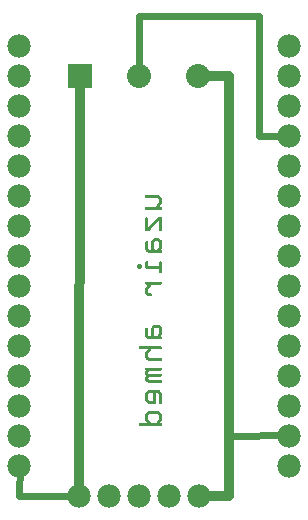
<source format=gbl>
G04 MADE WITH FRITZING*
G04 WWW.FRITZING.ORG*
G04 SINGLE SIDED*
G04 HOLES NOT PLATED*
G04 CONTOUR ON CENTER OF CONTOUR VECTOR*
%ASAXBY*%
%FSLAX23Y23*%
%MOIN*%
%OFA0B0*%
%SFA1.0B1.0*%
%ADD10C,0.080000*%
%ADD11C,0.078000*%
%ADD12R,0.080000X0.080000*%
%ADD13C,0.024000*%
%ADD14C,0.032000*%
%ADD15R,0.001000X0.001000*%
%LNCOPPER0*%
G90*
G70*
G54D10*
X286Y1606D03*
X483Y1606D03*
X680Y1606D03*
G54D11*
X283Y206D03*
X383Y206D03*
X483Y206D03*
X583Y206D03*
X683Y206D03*
X83Y1706D03*
X83Y1606D03*
X83Y1506D03*
X83Y1406D03*
X83Y1306D03*
X83Y1206D03*
X83Y1106D03*
X83Y1006D03*
X83Y906D03*
X83Y806D03*
X83Y706D03*
X83Y606D03*
X83Y506D03*
X83Y406D03*
X83Y306D03*
X983Y1706D03*
X983Y1606D03*
X983Y1506D03*
X983Y1406D03*
X983Y1306D03*
X983Y1206D03*
X983Y1106D03*
X983Y1006D03*
X983Y906D03*
X983Y806D03*
X983Y706D03*
X983Y606D03*
X983Y506D03*
X983Y406D03*
X983Y306D03*
G54D12*
X286Y1606D03*
G54D13*
X83Y206D02*
X253Y206D01*
D02*
X85Y308D02*
X83Y206D01*
G54D14*
D02*
X286Y1570D02*
X283Y242D01*
G54D13*
D02*
X883Y1407D02*
X983Y1406D01*
D02*
X883Y1806D02*
X883Y1407D01*
D02*
X482Y1806D02*
X883Y1806D01*
D02*
X483Y1638D02*
X482Y1806D01*
G54D14*
D02*
X783Y1606D02*
X716Y1606D01*
D02*
X783Y206D02*
X783Y1606D01*
D02*
X718Y206D02*
X783Y206D01*
G54D13*
D02*
X783Y406D02*
X983Y408D01*
D02*
X783Y206D02*
X783Y406D01*
D02*
X713Y206D02*
X783Y206D01*
G54D15*
X506Y1208D02*
X536Y1208D01*
X505Y1207D02*
X549Y1207D01*
X504Y1206D02*
X551Y1206D01*
X504Y1205D02*
X553Y1205D01*
X504Y1204D02*
X554Y1204D01*
X504Y1203D02*
X555Y1203D01*
X504Y1202D02*
X556Y1202D01*
X505Y1201D02*
X557Y1201D01*
X506Y1200D02*
X558Y1200D01*
X508Y1199D02*
X558Y1199D01*
X535Y1198D02*
X558Y1198D01*
X548Y1197D02*
X559Y1197D01*
X549Y1196D02*
X559Y1196D01*
X550Y1195D02*
X559Y1195D01*
X550Y1194D02*
X559Y1194D01*
X550Y1193D02*
X559Y1193D01*
X550Y1192D02*
X559Y1192D01*
X550Y1191D02*
X559Y1191D01*
X550Y1190D02*
X559Y1190D01*
X550Y1189D02*
X559Y1189D01*
X550Y1188D02*
X559Y1188D01*
X550Y1187D02*
X559Y1187D01*
X550Y1186D02*
X559Y1186D01*
X550Y1185D02*
X559Y1185D01*
X549Y1184D02*
X559Y1184D01*
X549Y1183D02*
X559Y1183D01*
X548Y1182D02*
X559Y1182D01*
X547Y1181D02*
X558Y1181D01*
X547Y1180D02*
X558Y1180D01*
X546Y1179D02*
X557Y1179D01*
X546Y1178D02*
X556Y1178D01*
X545Y1177D02*
X556Y1177D01*
X544Y1176D02*
X555Y1176D01*
X544Y1175D02*
X555Y1175D01*
X543Y1174D02*
X554Y1174D01*
X542Y1173D02*
X553Y1173D01*
X542Y1172D02*
X553Y1172D01*
X541Y1171D02*
X552Y1171D01*
X540Y1170D02*
X551Y1170D01*
X508Y1169D02*
X556Y1169D01*
X506Y1168D02*
X558Y1168D01*
X505Y1167D02*
X558Y1167D01*
X504Y1166D02*
X559Y1166D01*
X504Y1165D02*
X559Y1165D01*
X504Y1164D02*
X559Y1164D01*
X504Y1163D02*
X559Y1163D01*
X504Y1162D02*
X559Y1162D01*
X505Y1161D02*
X558Y1161D01*
X506Y1160D02*
X557Y1160D01*
X548Y1136D02*
X557Y1136D01*
X547Y1135D02*
X558Y1135D01*
X507Y1134D02*
X510Y1134D01*
X546Y1134D02*
X559Y1134D01*
X505Y1133D02*
X511Y1133D01*
X545Y1133D02*
X559Y1133D01*
X504Y1132D02*
X512Y1132D01*
X544Y1132D02*
X559Y1132D01*
X504Y1131D02*
X512Y1131D01*
X543Y1131D02*
X559Y1131D01*
X504Y1130D02*
X513Y1130D01*
X542Y1130D02*
X559Y1130D01*
X504Y1129D02*
X513Y1129D01*
X541Y1129D02*
X559Y1129D01*
X504Y1128D02*
X513Y1128D01*
X540Y1128D02*
X559Y1128D01*
X504Y1127D02*
X513Y1127D01*
X539Y1127D02*
X559Y1127D01*
X504Y1126D02*
X513Y1126D01*
X539Y1126D02*
X559Y1126D01*
X504Y1125D02*
X513Y1125D01*
X538Y1125D02*
X559Y1125D01*
X504Y1124D02*
X513Y1124D01*
X537Y1124D02*
X559Y1124D01*
X504Y1123D02*
X513Y1123D01*
X536Y1123D02*
X559Y1123D01*
X504Y1122D02*
X513Y1122D01*
X535Y1122D02*
X548Y1122D01*
X550Y1122D02*
X559Y1122D01*
X504Y1121D02*
X513Y1121D01*
X534Y1121D02*
X547Y1121D01*
X550Y1121D02*
X559Y1121D01*
X504Y1120D02*
X513Y1120D01*
X533Y1120D02*
X546Y1120D01*
X550Y1120D02*
X559Y1120D01*
X504Y1119D02*
X513Y1119D01*
X532Y1119D02*
X545Y1119D01*
X550Y1119D02*
X559Y1119D01*
X504Y1118D02*
X513Y1118D01*
X531Y1118D02*
X544Y1118D01*
X550Y1118D02*
X559Y1118D01*
X504Y1117D02*
X513Y1117D01*
X530Y1117D02*
X543Y1117D01*
X550Y1117D02*
X559Y1117D01*
X504Y1116D02*
X513Y1116D01*
X529Y1116D02*
X542Y1116D01*
X550Y1116D02*
X559Y1116D01*
X504Y1115D02*
X513Y1115D01*
X528Y1115D02*
X541Y1115D01*
X550Y1115D02*
X559Y1115D01*
X504Y1114D02*
X513Y1114D01*
X527Y1114D02*
X540Y1114D01*
X550Y1114D02*
X559Y1114D01*
X504Y1113D02*
X513Y1113D01*
X526Y1113D02*
X539Y1113D01*
X550Y1113D02*
X559Y1113D01*
X504Y1112D02*
X513Y1112D01*
X525Y1112D02*
X538Y1112D01*
X550Y1112D02*
X559Y1112D01*
X504Y1111D02*
X513Y1111D01*
X524Y1111D02*
X537Y1111D01*
X550Y1111D02*
X559Y1111D01*
X504Y1110D02*
X513Y1110D01*
X523Y1110D02*
X536Y1110D01*
X550Y1110D02*
X559Y1110D01*
X504Y1109D02*
X513Y1109D01*
X522Y1109D02*
X535Y1109D01*
X550Y1109D02*
X559Y1109D01*
X504Y1108D02*
X513Y1108D01*
X521Y1108D02*
X534Y1108D01*
X550Y1108D02*
X559Y1108D01*
X504Y1107D02*
X513Y1107D01*
X520Y1107D02*
X533Y1107D01*
X550Y1107D02*
X559Y1107D01*
X504Y1106D02*
X513Y1106D01*
X519Y1106D02*
X532Y1106D01*
X550Y1106D02*
X559Y1106D01*
X504Y1105D02*
X513Y1105D01*
X518Y1105D02*
X531Y1105D01*
X550Y1105D02*
X559Y1105D01*
X504Y1104D02*
X513Y1104D01*
X517Y1104D02*
X530Y1104D01*
X550Y1104D02*
X559Y1104D01*
X504Y1103D02*
X513Y1103D01*
X516Y1103D02*
X529Y1103D01*
X550Y1103D02*
X559Y1103D01*
X504Y1102D02*
X513Y1102D01*
X515Y1102D02*
X528Y1102D01*
X550Y1102D02*
X559Y1102D01*
X504Y1101D02*
X513Y1101D01*
X515Y1101D02*
X527Y1101D01*
X550Y1101D02*
X559Y1101D01*
X504Y1100D02*
X526Y1100D01*
X550Y1100D02*
X559Y1100D01*
X504Y1099D02*
X526Y1099D01*
X550Y1099D02*
X559Y1099D01*
X504Y1098D02*
X525Y1098D01*
X550Y1098D02*
X559Y1098D01*
X504Y1097D02*
X524Y1097D01*
X550Y1097D02*
X559Y1097D01*
X504Y1096D02*
X523Y1096D01*
X550Y1096D02*
X559Y1096D01*
X504Y1095D02*
X522Y1095D01*
X550Y1095D02*
X559Y1095D01*
X504Y1094D02*
X521Y1094D01*
X550Y1094D02*
X559Y1094D01*
X504Y1093D02*
X520Y1093D01*
X550Y1093D02*
X559Y1093D01*
X504Y1092D02*
X519Y1092D01*
X550Y1092D02*
X559Y1092D01*
X504Y1091D02*
X518Y1091D01*
X551Y1091D02*
X559Y1091D01*
X504Y1090D02*
X517Y1090D01*
X551Y1090D02*
X559Y1090D01*
X505Y1089D02*
X516Y1089D01*
X552Y1089D02*
X558Y1089D01*
X506Y1088D02*
X515Y1088D01*
X553Y1088D02*
X557Y1088D01*
X535Y1064D02*
X550Y1064D01*
X533Y1063D02*
X552Y1063D01*
X531Y1062D02*
X553Y1062D01*
X530Y1061D02*
X554Y1061D01*
X529Y1060D02*
X555Y1060D01*
X528Y1059D02*
X556Y1059D01*
X527Y1058D02*
X557Y1058D01*
X527Y1057D02*
X558Y1057D01*
X526Y1056D02*
X558Y1056D01*
X526Y1055D02*
X559Y1055D01*
X506Y1054D02*
X511Y1054D01*
X525Y1054D02*
X536Y1054D01*
X548Y1054D02*
X559Y1054D01*
X505Y1053D02*
X512Y1053D01*
X525Y1053D02*
X535Y1053D01*
X549Y1053D02*
X559Y1053D01*
X504Y1052D02*
X512Y1052D01*
X525Y1052D02*
X534Y1052D01*
X550Y1052D02*
X559Y1052D01*
X504Y1051D02*
X513Y1051D01*
X525Y1051D02*
X534Y1051D01*
X550Y1051D02*
X559Y1051D01*
X504Y1050D02*
X513Y1050D01*
X525Y1050D02*
X534Y1050D01*
X550Y1050D02*
X559Y1050D01*
X504Y1049D02*
X513Y1049D01*
X525Y1049D02*
X534Y1049D01*
X550Y1049D02*
X559Y1049D01*
X504Y1048D02*
X513Y1048D01*
X525Y1048D02*
X534Y1048D01*
X550Y1048D02*
X559Y1048D01*
X504Y1047D02*
X513Y1047D01*
X525Y1047D02*
X534Y1047D01*
X550Y1047D02*
X559Y1047D01*
X504Y1046D02*
X513Y1046D01*
X525Y1046D02*
X534Y1046D01*
X550Y1046D02*
X559Y1046D01*
X504Y1045D02*
X513Y1045D01*
X525Y1045D02*
X534Y1045D01*
X550Y1045D02*
X559Y1045D01*
X504Y1044D02*
X513Y1044D01*
X525Y1044D02*
X534Y1044D01*
X550Y1044D02*
X559Y1044D01*
X504Y1043D02*
X513Y1043D01*
X525Y1043D02*
X534Y1043D01*
X550Y1043D02*
X559Y1043D01*
X504Y1042D02*
X513Y1042D01*
X525Y1042D02*
X534Y1042D01*
X550Y1042D02*
X559Y1042D01*
X504Y1041D02*
X513Y1041D01*
X525Y1041D02*
X534Y1041D01*
X550Y1041D02*
X559Y1041D01*
X504Y1040D02*
X513Y1040D01*
X525Y1040D02*
X534Y1040D01*
X550Y1040D02*
X559Y1040D01*
X504Y1039D02*
X513Y1039D01*
X525Y1039D02*
X534Y1039D01*
X550Y1039D02*
X559Y1039D01*
X504Y1038D02*
X513Y1038D01*
X525Y1038D02*
X534Y1038D01*
X550Y1038D02*
X559Y1038D01*
X504Y1037D02*
X513Y1037D01*
X525Y1037D02*
X534Y1037D01*
X550Y1037D02*
X559Y1037D01*
X504Y1036D02*
X513Y1036D01*
X525Y1036D02*
X534Y1036D01*
X550Y1036D02*
X559Y1036D01*
X504Y1035D02*
X513Y1035D01*
X525Y1035D02*
X534Y1035D01*
X549Y1035D02*
X559Y1035D01*
X504Y1034D02*
X513Y1034D01*
X525Y1034D02*
X534Y1034D01*
X549Y1034D02*
X559Y1034D01*
X504Y1033D02*
X513Y1033D01*
X525Y1033D02*
X534Y1033D01*
X548Y1033D02*
X559Y1033D01*
X504Y1032D02*
X513Y1032D01*
X525Y1032D02*
X534Y1032D01*
X548Y1032D02*
X558Y1032D01*
X504Y1031D02*
X513Y1031D01*
X525Y1031D02*
X534Y1031D01*
X547Y1031D02*
X558Y1031D01*
X504Y1030D02*
X513Y1030D01*
X525Y1030D02*
X534Y1030D01*
X547Y1030D02*
X557Y1030D01*
X504Y1029D02*
X513Y1029D01*
X525Y1029D02*
X534Y1029D01*
X546Y1029D02*
X557Y1029D01*
X504Y1028D02*
X514Y1028D01*
X525Y1028D02*
X535Y1028D01*
X545Y1028D02*
X556Y1028D01*
X504Y1027D02*
X516Y1027D01*
X525Y1027D02*
X536Y1027D01*
X545Y1027D02*
X555Y1027D01*
X505Y1026D02*
X538Y1026D01*
X544Y1026D02*
X555Y1026D01*
X505Y1025D02*
X556Y1025D01*
X506Y1024D02*
X558Y1024D01*
X506Y1023D02*
X559Y1023D01*
X507Y1022D02*
X559Y1022D01*
X508Y1021D02*
X559Y1021D01*
X509Y1020D02*
X559Y1020D01*
X510Y1019D02*
X559Y1019D01*
X512Y1018D02*
X559Y1018D01*
X515Y1017D02*
X558Y1017D01*
X530Y1016D02*
X557Y1016D01*
X506Y987D02*
X511Y987D01*
X553Y987D02*
X557Y987D01*
X505Y986D02*
X512Y986D01*
X551Y986D02*
X558Y986D01*
X504Y985D02*
X512Y985D01*
X551Y985D02*
X559Y985D01*
X504Y984D02*
X513Y984D01*
X551Y984D02*
X559Y984D01*
X504Y983D02*
X513Y983D01*
X550Y983D02*
X559Y983D01*
X504Y982D02*
X513Y982D01*
X550Y982D02*
X559Y982D01*
X504Y981D02*
X513Y981D01*
X550Y981D02*
X559Y981D01*
X504Y980D02*
X513Y980D01*
X550Y980D02*
X559Y980D01*
X504Y979D02*
X513Y979D01*
X550Y979D02*
X559Y979D01*
X483Y978D02*
X487Y978D01*
X504Y978D02*
X513Y978D01*
X550Y978D02*
X559Y978D01*
X480Y977D02*
X490Y977D01*
X504Y977D02*
X513Y977D01*
X550Y977D02*
X559Y977D01*
X479Y976D02*
X490Y976D01*
X504Y976D02*
X513Y976D01*
X550Y976D02*
X559Y976D01*
X479Y975D02*
X491Y975D01*
X504Y975D02*
X513Y975D01*
X550Y975D02*
X559Y975D01*
X478Y974D02*
X491Y974D01*
X504Y974D02*
X513Y974D01*
X550Y974D02*
X559Y974D01*
X478Y973D02*
X492Y973D01*
X504Y973D02*
X559Y973D01*
X478Y972D02*
X492Y972D01*
X504Y972D02*
X559Y972D01*
X478Y971D02*
X492Y971D01*
X504Y971D02*
X559Y971D01*
X478Y970D02*
X492Y970D01*
X504Y970D02*
X559Y970D01*
X478Y969D02*
X492Y969D01*
X504Y969D02*
X559Y969D01*
X478Y968D02*
X492Y968D01*
X504Y968D02*
X559Y968D01*
X478Y967D02*
X491Y967D01*
X504Y967D02*
X559Y967D01*
X479Y966D02*
X491Y966D01*
X504Y966D02*
X559Y966D01*
X479Y965D02*
X490Y965D01*
X505Y965D02*
X559Y965D01*
X480Y964D02*
X489Y964D01*
X506Y964D02*
X559Y964D01*
X550Y963D02*
X559Y963D01*
X550Y962D02*
X559Y962D01*
X550Y961D02*
X559Y961D01*
X550Y960D02*
X559Y960D01*
X550Y959D02*
X559Y959D01*
X550Y958D02*
X559Y958D01*
X550Y957D02*
X559Y957D01*
X550Y956D02*
X559Y956D01*
X550Y955D02*
X559Y955D01*
X550Y954D02*
X559Y954D01*
X550Y953D02*
X559Y953D01*
X551Y952D02*
X559Y952D01*
X551Y951D02*
X559Y951D01*
X552Y950D02*
X558Y950D01*
X553Y949D02*
X557Y949D01*
X506Y920D02*
X557Y920D01*
X505Y919D02*
X558Y919D01*
X504Y918D02*
X559Y918D01*
X504Y917D02*
X559Y917D01*
X504Y916D02*
X559Y916D01*
X504Y915D02*
X559Y915D01*
X504Y914D02*
X559Y914D01*
X505Y913D02*
X558Y913D01*
X506Y912D02*
X557Y912D01*
X508Y911D02*
X555Y911D01*
X514Y910D02*
X526Y910D01*
X513Y909D02*
X525Y909D01*
X512Y908D02*
X525Y908D01*
X511Y907D02*
X524Y907D01*
X511Y906D02*
X523Y906D01*
X510Y905D02*
X522Y905D01*
X509Y904D02*
X521Y904D01*
X508Y903D02*
X520Y903D01*
X507Y902D02*
X519Y902D01*
X506Y901D02*
X519Y901D01*
X505Y900D02*
X518Y900D01*
X505Y899D02*
X517Y899D01*
X504Y898D02*
X516Y898D01*
X504Y897D02*
X515Y897D01*
X504Y896D02*
X514Y896D01*
X504Y895D02*
X513Y895D01*
X504Y894D02*
X513Y894D01*
X504Y893D02*
X513Y893D01*
X504Y892D02*
X513Y892D01*
X504Y891D02*
X513Y891D01*
X504Y890D02*
X513Y890D01*
X504Y889D02*
X513Y889D01*
X504Y888D02*
X513Y888D01*
X504Y887D02*
X513Y887D01*
X504Y886D02*
X513Y886D01*
X504Y885D02*
X513Y885D01*
X504Y884D02*
X513Y884D01*
X504Y883D02*
X514Y883D01*
X504Y882D02*
X515Y882D01*
X505Y881D02*
X522Y881D01*
X505Y880D02*
X524Y880D01*
X506Y879D02*
X525Y879D01*
X506Y878D02*
X525Y878D01*
X507Y877D02*
X525Y877D01*
X508Y876D02*
X525Y876D01*
X509Y875D02*
X525Y875D01*
X510Y874D02*
X525Y874D01*
X512Y873D02*
X524Y873D01*
X514Y872D02*
X523Y872D01*
X535Y776D02*
X550Y776D01*
X533Y775D02*
X552Y775D01*
X531Y774D02*
X553Y774D01*
X530Y773D02*
X554Y773D01*
X529Y772D02*
X555Y772D01*
X528Y771D02*
X556Y771D01*
X527Y770D02*
X557Y770D01*
X527Y769D02*
X558Y769D01*
X526Y768D02*
X558Y768D01*
X526Y767D02*
X559Y767D01*
X506Y766D02*
X511Y766D01*
X525Y766D02*
X536Y766D01*
X548Y766D02*
X559Y766D01*
X505Y765D02*
X512Y765D01*
X525Y765D02*
X535Y765D01*
X549Y765D02*
X559Y765D01*
X504Y764D02*
X512Y764D01*
X525Y764D02*
X534Y764D01*
X550Y764D02*
X559Y764D01*
X504Y763D02*
X513Y763D01*
X525Y763D02*
X534Y763D01*
X550Y763D02*
X559Y763D01*
X504Y762D02*
X513Y762D01*
X525Y762D02*
X534Y762D01*
X550Y762D02*
X559Y762D01*
X504Y761D02*
X513Y761D01*
X525Y761D02*
X534Y761D01*
X550Y761D02*
X559Y761D01*
X504Y760D02*
X513Y760D01*
X525Y760D02*
X534Y760D01*
X550Y760D02*
X559Y760D01*
X504Y759D02*
X513Y759D01*
X525Y759D02*
X534Y759D01*
X550Y759D02*
X559Y759D01*
X504Y758D02*
X513Y758D01*
X525Y758D02*
X534Y758D01*
X550Y758D02*
X559Y758D01*
X504Y757D02*
X513Y757D01*
X525Y757D02*
X534Y757D01*
X550Y757D02*
X559Y757D01*
X504Y756D02*
X513Y756D01*
X525Y756D02*
X534Y756D01*
X550Y756D02*
X559Y756D01*
X504Y755D02*
X513Y755D01*
X525Y755D02*
X534Y755D01*
X550Y755D02*
X559Y755D01*
X504Y754D02*
X513Y754D01*
X525Y754D02*
X534Y754D01*
X550Y754D02*
X559Y754D01*
X504Y753D02*
X513Y753D01*
X525Y753D02*
X534Y753D01*
X550Y753D02*
X559Y753D01*
X504Y752D02*
X513Y752D01*
X525Y752D02*
X534Y752D01*
X550Y752D02*
X559Y752D01*
X504Y751D02*
X513Y751D01*
X525Y751D02*
X534Y751D01*
X550Y751D02*
X559Y751D01*
X504Y750D02*
X513Y750D01*
X525Y750D02*
X534Y750D01*
X550Y750D02*
X559Y750D01*
X504Y749D02*
X513Y749D01*
X525Y749D02*
X534Y749D01*
X550Y749D02*
X559Y749D01*
X504Y748D02*
X513Y748D01*
X525Y748D02*
X534Y748D01*
X550Y748D02*
X559Y748D01*
X504Y747D02*
X513Y747D01*
X525Y747D02*
X534Y747D01*
X549Y747D02*
X559Y747D01*
X504Y746D02*
X513Y746D01*
X525Y746D02*
X534Y746D01*
X549Y746D02*
X559Y746D01*
X504Y745D02*
X513Y745D01*
X525Y745D02*
X534Y745D01*
X548Y745D02*
X559Y745D01*
X504Y744D02*
X513Y744D01*
X525Y744D02*
X534Y744D01*
X548Y744D02*
X558Y744D01*
X504Y743D02*
X513Y743D01*
X525Y743D02*
X534Y743D01*
X547Y743D02*
X558Y743D01*
X504Y742D02*
X513Y742D01*
X525Y742D02*
X534Y742D01*
X547Y742D02*
X557Y742D01*
X504Y741D02*
X513Y741D01*
X525Y741D02*
X534Y741D01*
X546Y741D02*
X557Y741D01*
X504Y740D02*
X514Y740D01*
X525Y740D02*
X535Y740D01*
X545Y740D02*
X556Y740D01*
X504Y739D02*
X516Y739D01*
X525Y739D02*
X536Y739D01*
X545Y739D02*
X555Y739D01*
X505Y738D02*
X538Y738D01*
X544Y738D02*
X555Y738D01*
X505Y737D02*
X556Y737D01*
X506Y736D02*
X558Y736D01*
X506Y735D02*
X559Y735D01*
X507Y734D02*
X559Y734D01*
X508Y733D02*
X559Y733D01*
X509Y732D02*
X559Y732D01*
X510Y731D02*
X559Y731D01*
X512Y730D02*
X559Y730D01*
X515Y729D02*
X558Y729D01*
X531Y728D02*
X557Y728D01*
X485Y704D02*
X557Y704D01*
X484Y703D02*
X558Y703D01*
X483Y702D02*
X559Y702D01*
X483Y701D02*
X559Y701D01*
X483Y700D02*
X559Y700D01*
X483Y699D02*
X559Y699D01*
X483Y698D02*
X559Y698D01*
X484Y697D02*
X558Y697D01*
X484Y696D02*
X557Y696D01*
X487Y695D02*
X555Y695D01*
X512Y694D02*
X523Y694D01*
X511Y693D02*
X522Y693D01*
X510Y692D02*
X521Y692D01*
X510Y691D02*
X521Y691D01*
X509Y690D02*
X520Y690D01*
X508Y689D02*
X519Y689D01*
X508Y688D02*
X519Y688D01*
X507Y687D02*
X518Y687D01*
X507Y686D02*
X518Y686D01*
X506Y685D02*
X517Y685D01*
X505Y684D02*
X516Y684D01*
X505Y683D02*
X516Y683D01*
X505Y682D02*
X515Y682D01*
X504Y681D02*
X514Y681D01*
X504Y680D02*
X514Y680D01*
X504Y679D02*
X513Y679D01*
X504Y678D02*
X513Y678D01*
X504Y677D02*
X513Y677D01*
X504Y676D02*
X513Y676D01*
X504Y675D02*
X513Y675D01*
X504Y674D02*
X513Y674D01*
X504Y673D02*
X513Y673D01*
X504Y672D02*
X513Y672D01*
X504Y671D02*
X513Y671D01*
X504Y670D02*
X513Y670D01*
X504Y669D02*
X514Y669D01*
X504Y668D02*
X514Y668D01*
X504Y667D02*
X516Y667D01*
X505Y666D02*
X533Y666D01*
X505Y665D02*
X556Y665D01*
X506Y664D02*
X558Y664D01*
X506Y663D02*
X558Y663D01*
X507Y662D02*
X559Y662D01*
X508Y661D02*
X559Y661D01*
X509Y660D02*
X559Y660D01*
X510Y659D02*
X559Y659D01*
X512Y658D02*
X559Y658D01*
X515Y657D02*
X558Y657D01*
X532Y656D02*
X557Y656D01*
X506Y633D02*
X557Y633D01*
X505Y632D02*
X558Y632D01*
X504Y631D02*
X559Y631D01*
X504Y630D02*
X559Y630D01*
X504Y629D02*
X559Y629D01*
X504Y628D02*
X559Y628D01*
X504Y627D02*
X559Y627D01*
X505Y626D02*
X559Y626D01*
X505Y625D02*
X558Y625D01*
X507Y624D02*
X556Y624D01*
X506Y623D02*
X519Y623D01*
X506Y622D02*
X518Y622D01*
X505Y621D02*
X517Y621D01*
X505Y620D02*
X516Y620D01*
X504Y619D02*
X515Y619D01*
X504Y618D02*
X514Y618D01*
X504Y617D02*
X514Y617D01*
X504Y616D02*
X513Y616D01*
X504Y615D02*
X513Y615D01*
X504Y614D02*
X513Y614D01*
X504Y613D02*
X555Y613D01*
X504Y612D02*
X557Y612D01*
X504Y611D02*
X558Y611D01*
X505Y610D02*
X559Y610D01*
X505Y609D02*
X559Y609D01*
X506Y608D02*
X559Y608D01*
X507Y607D02*
X559Y607D01*
X508Y606D02*
X559Y606D01*
X508Y605D02*
X558Y605D01*
X507Y604D02*
X557Y604D01*
X506Y603D02*
X519Y603D01*
X506Y602D02*
X518Y602D01*
X505Y601D02*
X517Y601D01*
X505Y600D02*
X516Y600D01*
X504Y599D02*
X515Y599D01*
X504Y598D02*
X514Y598D01*
X504Y597D02*
X513Y597D01*
X504Y596D02*
X513Y596D01*
X504Y595D02*
X513Y595D01*
X504Y594D02*
X515Y594D01*
X504Y593D02*
X542Y593D01*
X505Y592D02*
X556Y592D01*
X505Y591D02*
X558Y591D01*
X506Y590D02*
X559Y590D01*
X506Y589D02*
X559Y589D01*
X507Y588D02*
X559Y588D01*
X508Y587D02*
X559Y587D01*
X509Y586D02*
X559Y586D01*
X511Y585D02*
X559Y585D01*
X515Y584D02*
X558Y584D01*
X540Y583D02*
X557Y583D01*
X517Y560D02*
X547Y560D01*
X515Y559D02*
X549Y559D01*
X513Y558D02*
X550Y558D01*
X512Y557D02*
X551Y557D01*
X511Y556D02*
X552Y556D01*
X510Y555D02*
X553Y555D01*
X509Y554D02*
X554Y554D01*
X508Y553D02*
X555Y553D01*
X507Y552D02*
X556Y552D01*
X506Y551D02*
X557Y551D01*
X506Y550D02*
X518Y550D01*
X529Y550D02*
X538Y550D01*
X545Y550D02*
X557Y550D01*
X505Y549D02*
X517Y549D01*
X529Y549D02*
X538Y549D01*
X546Y549D02*
X558Y549D01*
X505Y548D02*
X516Y548D01*
X529Y548D02*
X538Y548D01*
X547Y548D02*
X558Y548D01*
X504Y547D02*
X515Y547D01*
X529Y547D02*
X538Y547D01*
X548Y547D02*
X559Y547D01*
X504Y546D02*
X514Y546D01*
X529Y546D02*
X538Y546D01*
X549Y546D02*
X559Y546D01*
X504Y545D02*
X514Y545D01*
X529Y545D02*
X538Y545D01*
X549Y545D02*
X559Y545D01*
X504Y544D02*
X513Y544D01*
X529Y544D02*
X538Y544D01*
X550Y544D02*
X559Y544D01*
X504Y543D02*
X513Y543D01*
X529Y543D02*
X538Y543D01*
X550Y543D02*
X559Y543D01*
X504Y542D02*
X513Y542D01*
X529Y542D02*
X538Y542D01*
X550Y542D02*
X559Y542D01*
X504Y541D02*
X513Y541D01*
X529Y541D02*
X538Y541D01*
X550Y541D02*
X559Y541D01*
X504Y540D02*
X513Y540D01*
X529Y540D02*
X538Y540D01*
X550Y540D02*
X559Y540D01*
X504Y539D02*
X513Y539D01*
X529Y539D02*
X538Y539D01*
X550Y539D02*
X559Y539D01*
X504Y538D02*
X513Y538D01*
X529Y538D02*
X538Y538D01*
X550Y538D02*
X559Y538D01*
X504Y537D02*
X513Y537D01*
X529Y537D02*
X538Y537D01*
X550Y537D02*
X559Y537D01*
X504Y536D02*
X513Y536D01*
X529Y536D02*
X538Y536D01*
X550Y536D02*
X559Y536D01*
X504Y535D02*
X513Y535D01*
X529Y535D02*
X538Y535D01*
X550Y535D02*
X559Y535D01*
X504Y534D02*
X513Y534D01*
X529Y534D02*
X538Y534D01*
X550Y534D02*
X559Y534D01*
X504Y533D02*
X513Y533D01*
X529Y533D02*
X538Y533D01*
X550Y533D02*
X559Y533D01*
X504Y532D02*
X513Y532D01*
X529Y532D02*
X538Y532D01*
X550Y532D02*
X559Y532D01*
X504Y531D02*
X513Y531D01*
X529Y531D02*
X538Y531D01*
X550Y531D02*
X559Y531D01*
X504Y530D02*
X513Y530D01*
X529Y530D02*
X538Y530D01*
X550Y530D02*
X559Y530D01*
X504Y529D02*
X513Y529D01*
X529Y529D02*
X538Y529D01*
X550Y529D02*
X559Y529D01*
X504Y528D02*
X513Y528D01*
X529Y528D02*
X538Y528D01*
X550Y528D02*
X559Y528D01*
X504Y527D02*
X514Y527D01*
X529Y527D02*
X538Y527D01*
X550Y527D02*
X559Y527D01*
X504Y526D02*
X514Y526D01*
X529Y526D02*
X538Y526D01*
X550Y526D02*
X559Y526D01*
X504Y525D02*
X515Y525D01*
X529Y525D02*
X538Y525D01*
X550Y525D02*
X559Y525D01*
X505Y524D02*
X516Y524D01*
X529Y524D02*
X538Y524D01*
X550Y524D02*
X559Y524D01*
X505Y523D02*
X517Y523D01*
X529Y523D02*
X538Y523D01*
X550Y523D02*
X559Y523D01*
X506Y522D02*
X518Y522D01*
X529Y522D02*
X538Y522D01*
X550Y522D02*
X559Y522D01*
X507Y521D02*
X538Y521D01*
X550Y521D02*
X559Y521D01*
X507Y520D02*
X538Y520D01*
X550Y520D02*
X559Y520D01*
X508Y519D02*
X538Y519D01*
X550Y519D02*
X559Y519D01*
X509Y518D02*
X538Y518D01*
X550Y518D02*
X559Y518D01*
X510Y517D02*
X538Y517D01*
X550Y517D02*
X559Y517D01*
X511Y516D02*
X538Y516D01*
X550Y516D02*
X559Y516D01*
X512Y515D02*
X538Y515D01*
X551Y515D02*
X559Y515D01*
X513Y514D02*
X538Y514D01*
X551Y514D02*
X559Y514D01*
X515Y513D02*
X537Y513D01*
X552Y513D02*
X558Y513D01*
X517Y512D02*
X536Y512D01*
X553Y512D02*
X557Y512D01*
X516Y488D02*
X547Y488D01*
X514Y487D02*
X549Y487D01*
X513Y486D02*
X550Y486D01*
X512Y485D02*
X551Y485D01*
X511Y484D02*
X552Y484D01*
X510Y483D02*
X553Y483D01*
X509Y482D02*
X554Y482D01*
X508Y481D02*
X555Y481D01*
X507Y480D02*
X556Y480D01*
X506Y479D02*
X557Y479D01*
X506Y478D02*
X518Y478D01*
X545Y478D02*
X557Y478D01*
X505Y477D02*
X517Y477D01*
X546Y477D02*
X558Y477D01*
X505Y476D02*
X516Y476D01*
X547Y476D02*
X558Y476D01*
X504Y475D02*
X515Y475D01*
X548Y475D02*
X559Y475D01*
X504Y474D02*
X514Y474D01*
X549Y474D02*
X559Y474D01*
X504Y473D02*
X514Y473D01*
X549Y473D02*
X559Y473D01*
X504Y472D02*
X513Y472D01*
X550Y472D02*
X559Y472D01*
X504Y471D02*
X513Y471D01*
X550Y471D02*
X559Y471D01*
X504Y470D02*
X513Y470D01*
X550Y470D02*
X559Y470D01*
X504Y469D02*
X513Y469D01*
X550Y469D02*
X559Y469D01*
X504Y468D02*
X513Y468D01*
X550Y468D02*
X559Y468D01*
X504Y467D02*
X513Y467D01*
X550Y467D02*
X559Y467D01*
X504Y466D02*
X513Y466D01*
X550Y466D02*
X559Y466D01*
X504Y465D02*
X513Y465D01*
X550Y465D02*
X559Y465D01*
X504Y464D02*
X513Y464D01*
X550Y464D02*
X559Y464D01*
X504Y463D02*
X513Y463D01*
X550Y463D02*
X559Y463D01*
X504Y462D02*
X513Y462D01*
X550Y462D02*
X559Y462D01*
X504Y461D02*
X513Y461D01*
X550Y461D02*
X559Y461D01*
X504Y460D02*
X514Y460D01*
X549Y460D02*
X559Y460D01*
X504Y459D02*
X515Y459D01*
X549Y459D02*
X559Y459D01*
X505Y458D02*
X515Y458D01*
X548Y458D02*
X559Y458D01*
X505Y457D02*
X516Y457D01*
X547Y457D02*
X558Y457D01*
X505Y456D02*
X517Y456D01*
X546Y456D02*
X558Y456D01*
X506Y455D02*
X518Y455D01*
X545Y455D02*
X557Y455D01*
X507Y454D02*
X519Y454D01*
X544Y454D02*
X557Y454D01*
X507Y453D02*
X520Y453D01*
X543Y453D02*
X556Y453D01*
X508Y452D02*
X521Y452D01*
X543Y452D02*
X555Y452D01*
X509Y451D02*
X521Y451D01*
X542Y451D02*
X554Y451D01*
X510Y450D02*
X523Y450D01*
X541Y450D02*
X553Y450D01*
X486Y449D02*
X556Y449D01*
X484Y448D02*
X558Y448D01*
X483Y447D02*
X559Y447D01*
X483Y446D02*
X559Y446D01*
X483Y445D02*
X559Y445D01*
X483Y444D02*
X559Y444D01*
X483Y443D02*
X559Y443D01*
X483Y442D02*
X559Y442D01*
X484Y441D02*
X558Y441D01*
X485Y440D02*
X557Y440D01*
D02*
G04 End of Copper0*
M02*
</source>
